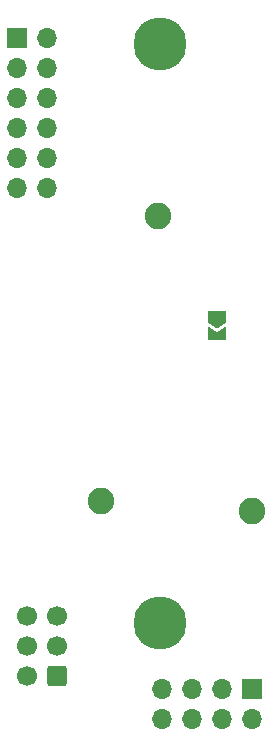
<source format=gbr>
%TF.GenerationSoftware,KiCad,Pcbnew,8.0.6*%
%TF.CreationDate,2025-02-12T14:43:40-05:00*%
%TF.ProjectId,PwrModule,5077724d-6f64-4756-9c65-2e6b69636164,rev?*%
%TF.SameCoordinates,Original*%
%TF.FileFunction,Soldermask,Top*%
%TF.FilePolarity,Negative*%
%FSLAX46Y46*%
G04 Gerber Fmt 4.6, Leading zero omitted, Abs format (unit mm)*
G04 Created by KiCad (PCBNEW 8.0.6) date 2025-02-12 14:43:40*
%MOMM*%
%LPD*%
G01*
G04 APERTURE LIST*
G04 Aperture macros list*
%AMRoundRect*
0 Rectangle with rounded corners*
0 $1 Rounding radius*
0 $2 $3 $4 $5 $6 $7 $8 $9 X,Y pos of 4 corners*
0 Add a 4 corners polygon primitive as box body*
4,1,4,$2,$3,$4,$5,$6,$7,$8,$9,$2,$3,0*
0 Add four circle primitives for the rounded corners*
1,1,$1+$1,$2,$3*
1,1,$1+$1,$4,$5*
1,1,$1+$1,$6,$7*
1,1,$1+$1,$8,$9*
0 Add four rect primitives between the rounded corners*
20,1,$1+$1,$2,$3,$4,$5,0*
20,1,$1+$1,$4,$5,$6,$7,0*
20,1,$1+$1,$6,$7,$8,$9,0*
20,1,$1+$1,$8,$9,$2,$3,0*%
%AMFreePoly0*
4,1,6,1.000000,0.000000,0.500000,-0.750000,-0.500000,-0.750000,-0.500000,0.750000,0.500000,0.750000,1.000000,0.000000,1.000000,0.000000,$1*%
%AMFreePoly1*
4,1,6,0.500000,-0.750000,-0.650000,-0.750000,-0.150000,0.000000,-0.650000,0.750000,0.500000,0.750000,0.500000,-0.750000,0.500000,-0.750000,$1*%
G04 Aperture macros list end*
%ADD10R,1.700000X1.700000*%
%ADD11O,1.700000X1.700000*%
%ADD12C,2.250000*%
%ADD13C,4.500000*%
%ADD14RoundRect,0.250000X0.600000X0.600000X-0.600000X0.600000X-0.600000X-0.600000X0.600000X-0.600000X0*%
%ADD15C,1.700000*%
%ADD16FreePoly0,270.000000*%
%ADD17FreePoly1,270.000000*%
G04 APERTURE END LIST*
D10*
%TO.C,J14*%
X124000000Y-98100000D03*
D11*
X124000000Y-100640000D03*
X121460000Y-98100000D03*
X121460000Y-100640000D03*
X118920000Y-98100000D03*
X118920000Y-100640000D03*
X116380000Y-98100000D03*
X116380000Y-100640000D03*
%TD*%
D12*
%TO.C,FID2*%
X124000000Y-83000000D03*
%TD*%
D10*
%TO.C,J11*%
X104050000Y-42975000D03*
D11*
X106590000Y-42975000D03*
X104050000Y-45515000D03*
X106590000Y-45515000D03*
X104050000Y-48055000D03*
X106590000Y-48055000D03*
X104050000Y-50595000D03*
X106590000Y-50595000D03*
X104050000Y-53135000D03*
X106590000Y-53135000D03*
X104050000Y-55675000D03*
X106590000Y-55675000D03*
%TD*%
D13*
%TO.C,H5*%
X116200000Y-92480000D03*
%TD*%
D14*
%TO.C,J1*%
X107500000Y-97000000D03*
D15*
X104960000Y-97000000D03*
X107500000Y-94460000D03*
X104960000Y-94460000D03*
X107500000Y-91920000D03*
X104960000Y-91920000D03*
%TD*%
D16*
%TO.C,JP1*%
X121000000Y-66550000D03*
D17*
X121000000Y-68000000D03*
%TD*%
D12*
%TO.C,FID6*%
X111200000Y-82200000D03*
%TD*%
D13*
%TO.C,H1*%
X116200000Y-43480000D03*
%TD*%
D12*
%TO.C,FID4*%
X116000000Y-58000000D03*
%TD*%
M02*

</source>
